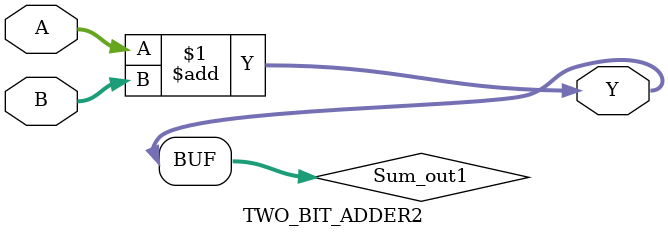
<source format=v>



`timescale 1 ns / 1 ns

module TWO_BIT_ADDER2
          (A,
           B,
           Y);


  input   [7:0] A;  // uint8
  input   [7:0] B;  // uint8
  output  [7:0] Y;  // uint8


  wire [7:0] Sum_out1;  // uint8


  assign Sum_out1 = A + B;



  assign Y = Sum_out1;

endmodule  // TWO_BIT_ADDER2


</source>
